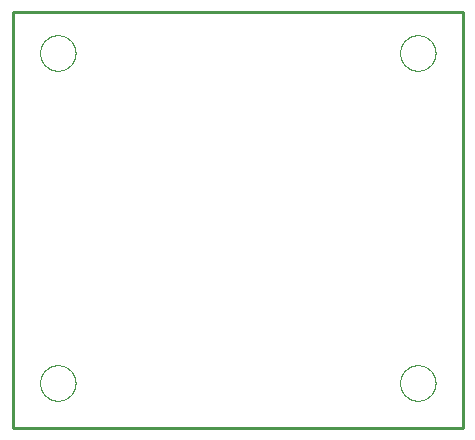
<source format=gbr>
G04 EAGLE Gerber RS-274X export*
G75*
%MOMM*%
%FSLAX25Y25*%
%LPD*%
%INOutline*%
%IPPOS*%
%AMOC8*
5,1,8,0,0,1.08239X$1,22.5*%
G01*
%ADD10C,0.000000*%
%ADD11C,0.254000*%


D10*
X-254000Y0D02*
X3554000Y0D01*
X3554000Y3523000D01*
X-254000Y3523000D01*
X-254000Y0D01*
X-23000Y381000D02*
X-22955Y384681D01*
X-22819Y388360D01*
X-22594Y392035D01*
X-22278Y395703D01*
X-21872Y399362D01*
X-21376Y403010D01*
X-20792Y406644D01*
X-20118Y410264D01*
X-19355Y413865D01*
X-18505Y417447D01*
X-17566Y421007D01*
X-16541Y424543D01*
X-15429Y428052D01*
X-14232Y431533D01*
X-12949Y434984D01*
X-11582Y438403D01*
X-10131Y441786D01*
X-8598Y445133D01*
X-6984Y448442D01*
X-5288Y451710D01*
X-3513Y454935D01*
X-1659Y458115D01*
X272Y461250D01*
X2280Y464336D01*
X4362Y467371D01*
X6519Y470355D01*
X8748Y473285D01*
X11048Y476159D01*
X13419Y478976D01*
X15857Y481734D01*
X18363Y484431D01*
X20934Y487066D01*
X23569Y489637D01*
X26266Y492143D01*
X29024Y494581D01*
X31841Y496952D01*
X34715Y499252D01*
X37645Y501481D01*
X40629Y503638D01*
X43664Y505720D01*
X46750Y507728D01*
X49885Y509659D01*
X53065Y511513D01*
X56290Y513288D01*
X59558Y514984D01*
X62867Y516598D01*
X66214Y518131D01*
X69597Y519582D01*
X73016Y520949D01*
X76467Y522232D01*
X79948Y523429D01*
X83457Y524541D01*
X86993Y525566D01*
X90553Y526505D01*
X94135Y527355D01*
X97736Y528118D01*
X101356Y528792D01*
X104990Y529376D01*
X108638Y529872D01*
X112297Y530278D01*
X115965Y530594D01*
X119640Y530819D01*
X123319Y530955D01*
X127000Y531000D01*
X130681Y530955D01*
X134360Y530819D01*
X138035Y530594D01*
X141703Y530278D01*
X145362Y529872D01*
X149010Y529376D01*
X152644Y528792D01*
X156264Y528118D01*
X159865Y527355D01*
X163447Y526505D01*
X167007Y525566D01*
X170543Y524541D01*
X174052Y523429D01*
X177533Y522232D01*
X180984Y520949D01*
X184403Y519582D01*
X187786Y518131D01*
X191133Y516598D01*
X194442Y514984D01*
X197710Y513288D01*
X200935Y511513D01*
X204115Y509659D01*
X207250Y507728D01*
X210336Y505720D01*
X213371Y503638D01*
X216355Y501481D01*
X219285Y499252D01*
X222159Y496952D01*
X224976Y494581D01*
X227734Y492143D01*
X230431Y489637D01*
X233066Y487066D01*
X235637Y484431D01*
X238143Y481734D01*
X240581Y478976D01*
X242952Y476159D01*
X245252Y473285D01*
X247481Y470355D01*
X249638Y467371D01*
X251720Y464336D01*
X253728Y461250D01*
X255659Y458115D01*
X257513Y454935D01*
X259288Y451710D01*
X260984Y448442D01*
X262598Y445133D01*
X264131Y441786D01*
X265582Y438403D01*
X266949Y434984D01*
X268232Y431533D01*
X269429Y428052D01*
X270541Y424543D01*
X271566Y421007D01*
X272505Y417447D01*
X273355Y413865D01*
X274118Y410264D01*
X274792Y406644D01*
X275376Y403010D01*
X275872Y399362D01*
X276278Y395703D01*
X276594Y392035D01*
X276819Y388360D01*
X276955Y384681D01*
X277000Y381000D01*
X276955Y377319D01*
X276819Y373640D01*
X276594Y369965D01*
X276278Y366297D01*
X275872Y362638D01*
X275376Y358990D01*
X274792Y355356D01*
X274118Y351736D01*
X273355Y348135D01*
X272505Y344553D01*
X271566Y340993D01*
X270541Y337457D01*
X269429Y333948D01*
X268232Y330467D01*
X266949Y327016D01*
X265582Y323597D01*
X264131Y320214D01*
X262598Y316867D01*
X260984Y313558D01*
X259288Y310290D01*
X257513Y307065D01*
X255659Y303885D01*
X253728Y300750D01*
X251720Y297664D01*
X249638Y294629D01*
X247481Y291645D01*
X245252Y288715D01*
X242952Y285841D01*
X240581Y283024D01*
X238143Y280266D01*
X235637Y277569D01*
X233066Y274934D01*
X230431Y272363D01*
X227734Y269857D01*
X224976Y267419D01*
X222159Y265048D01*
X219285Y262748D01*
X216355Y260519D01*
X213371Y258362D01*
X210336Y256280D01*
X207250Y254272D01*
X204115Y252341D01*
X200935Y250487D01*
X197710Y248712D01*
X194442Y247016D01*
X191133Y245402D01*
X187786Y243869D01*
X184403Y242418D01*
X180984Y241051D01*
X177533Y239768D01*
X174052Y238571D01*
X170543Y237459D01*
X167007Y236434D01*
X163447Y235495D01*
X159865Y234645D01*
X156264Y233882D01*
X152644Y233208D01*
X149010Y232624D01*
X145362Y232128D01*
X141703Y231722D01*
X138035Y231406D01*
X134360Y231181D01*
X130681Y231045D01*
X127000Y231000D01*
X123319Y231045D01*
X119640Y231181D01*
X115965Y231406D01*
X112297Y231722D01*
X108638Y232128D01*
X104990Y232624D01*
X101356Y233208D01*
X97736Y233882D01*
X94135Y234645D01*
X90553Y235495D01*
X86993Y236434D01*
X83457Y237459D01*
X79948Y238571D01*
X76467Y239768D01*
X73016Y241051D01*
X69597Y242418D01*
X66214Y243869D01*
X62867Y245402D01*
X59558Y247016D01*
X56290Y248712D01*
X53065Y250487D01*
X49885Y252341D01*
X46750Y254272D01*
X43664Y256280D01*
X40629Y258362D01*
X37645Y260519D01*
X34715Y262748D01*
X31841Y265048D01*
X29024Y267419D01*
X26266Y269857D01*
X23569Y272363D01*
X20934Y274934D01*
X18363Y277569D01*
X15857Y280266D01*
X13419Y283024D01*
X11048Y285841D01*
X8748Y288715D01*
X6519Y291645D01*
X4362Y294629D01*
X2280Y297664D01*
X272Y300750D01*
X-1659Y303885D01*
X-3513Y307065D01*
X-5288Y310290D01*
X-6984Y313558D01*
X-8598Y316867D01*
X-10131Y320214D01*
X-11582Y323597D01*
X-12949Y327016D01*
X-14232Y330467D01*
X-15429Y333948D01*
X-16541Y337457D01*
X-17566Y340993D01*
X-18505Y344553D01*
X-19355Y348135D01*
X-20118Y351736D01*
X-20792Y355356D01*
X-21376Y358990D01*
X-21872Y362638D01*
X-22278Y366297D01*
X-22594Y369965D01*
X-22819Y373640D01*
X-22955Y377319D01*
X-23000Y381000D01*
X3025000Y381000D02*
X3025045Y384681D01*
X3025181Y388360D01*
X3025406Y392035D01*
X3025722Y395703D01*
X3026128Y399362D01*
X3026624Y403010D01*
X3027208Y406644D01*
X3027882Y410264D01*
X3028645Y413865D01*
X3029495Y417447D01*
X3030434Y421007D01*
X3031459Y424543D01*
X3032571Y428052D01*
X3033768Y431533D01*
X3035051Y434984D01*
X3036418Y438403D01*
X3037869Y441786D01*
X3039402Y445133D01*
X3041016Y448442D01*
X3042712Y451710D01*
X3044487Y454935D01*
X3046341Y458115D01*
X3048272Y461250D01*
X3050280Y464336D01*
X3052362Y467371D01*
X3054519Y470355D01*
X3056748Y473285D01*
X3059048Y476159D01*
X3061419Y478976D01*
X3063857Y481734D01*
X3066363Y484431D01*
X3068934Y487066D01*
X3071569Y489637D01*
X3074266Y492143D01*
X3077024Y494581D01*
X3079841Y496952D01*
X3082715Y499252D01*
X3085645Y501481D01*
X3088629Y503638D01*
X3091664Y505720D01*
X3094750Y507728D01*
X3097885Y509659D01*
X3101065Y511513D01*
X3104290Y513288D01*
X3107558Y514984D01*
X3110867Y516598D01*
X3114214Y518131D01*
X3117597Y519582D01*
X3121016Y520949D01*
X3124467Y522232D01*
X3127948Y523429D01*
X3131457Y524541D01*
X3134993Y525566D01*
X3138553Y526505D01*
X3142135Y527355D01*
X3145736Y528118D01*
X3149356Y528792D01*
X3152990Y529376D01*
X3156638Y529872D01*
X3160297Y530278D01*
X3163965Y530594D01*
X3167640Y530819D01*
X3171319Y530955D01*
X3175000Y531000D01*
X3178681Y530955D01*
X3182360Y530819D01*
X3186035Y530594D01*
X3189703Y530278D01*
X3193362Y529872D01*
X3197010Y529376D01*
X3200644Y528792D01*
X3204264Y528118D01*
X3207865Y527355D01*
X3211447Y526505D01*
X3215007Y525566D01*
X3218543Y524541D01*
X3222052Y523429D01*
X3225533Y522232D01*
X3228984Y520949D01*
X3232403Y519582D01*
X3235786Y518131D01*
X3239133Y516598D01*
X3242442Y514984D01*
X3245710Y513288D01*
X3248935Y511513D01*
X3252115Y509659D01*
X3255250Y507728D01*
X3258336Y505720D01*
X3261371Y503638D01*
X3264355Y501481D01*
X3267285Y499252D01*
X3270159Y496952D01*
X3272976Y494581D01*
X3275734Y492143D01*
X3278431Y489637D01*
X3281066Y487066D01*
X3283637Y484431D01*
X3286143Y481734D01*
X3288581Y478976D01*
X3290952Y476159D01*
X3293252Y473285D01*
X3295481Y470355D01*
X3297638Y467371D01*
X3299720Y464336D01*
X3301728Y461250D01*
X3303659Y458115D01*
X3305513Y454935D01*
X3307288Y451710D01*
X3308984Y448442D01*
X3310598Y445133D01*
X3312131Y441786D01*
X3313582Y438403D01*
X3314949Y434984D01*
X3316232Y431533D01*
X3317429Y428052D01*
X3318541Y424543D01*
X3319566Y421007D01*
X3320505Y417447D01*
X3321355Y413865D01*
X3322118Y410264D01*
X3322792Y406644D01*
X3323376Y403010D01*
X3323872Y399362D01*
X3324278Y395703D01*
X3324594Y392035D01*
X3324819Y388360D01*
X3324955Y384681D01*
X3325000Y381000D01*
X3324955Y377319D01*
X3324819Y373640D01*
X3324594Y369965D01*
X3324278Y366297D01*
X3323872Y362638D01*
X3323376Y358990D01*
X3322792Y355356D01*
X3322118Y351736D01*
X3321355Y348135D01*
X3320505Y344553D01*
X3319566Y340993D01*
X3318541Y337457D01*
X3317429Y333948D01*
X3316232Y330467D01*
X3314949Y327016D01*
X3313582Y323597D01*
X3312131Y320214D01*
X3310598Y316867D01*
X3308984Y313558D01*
X3307288Y310290D01*
X3305513Y307065D01*
X3303659Y303885D01*
X3301728Y300750D01*
X3299720Y297664D01*
X3297638Y294629D01*
X3295481Y291645D01*
X3293252Y288715D01*
X3290952Y285841D01*
X3288581Y283024D01*
X3286143Y280266D01*
X3283637Y277569D01*
X3281066Y274934D01*
X3278431Y272363D01*
X3275734Y269857D01*
X3272976Y267419D01*
X3270159Y265048D01*
X3267285Y262748D01*
X3264355Y260519D01*
X3261371Y258362D01*
X3258336Y256280D01*
X3255250Y254272D01*
X3252115Y252341D01*
X3248935Y250487D01*
X3245710Y248712D01*
X3242442Y247016D01*
X3239133Y245402D01*
X3235786Y243869D01*
X3232403Y242418D01*
X3228984Y241051D01*
X3225533Y239768D01*
X3222052Y238571D01*
X3218543Y237459D01*
X3215007Y236434D01*
X3211447Y235495D01*
X3207865Y234645D01*
X3204264Y233882D01*
X3200644Y233208D01*
X3197010Y232624D01*
X3193362Y232128D01*
X3189703Y231722D01*
X3186035Y231406D01*
X3182360Y231181D01*
X3178681Y231045D01*
X3175000Y231000D01*
X3171319Y231045D01*
X3167640Y231181D01*
X3163965Y231406D01*
X3160297Y231722D01*
X3156638Y232128D01*
X3152990Y232624D01*
X3149356Y233208D01*
X3145736Y233882D01*
X3142135Y234645D01*
X3138553Y235495D01*
X3134993Y236434D01*
X3131457Y237459D01*
X3127948Y238571D01*
X3124467Y239768D01*
X3121016Y241051D01*
X3117597Y242418D01*
X3114214Y243869D01*
X3110867Y245402D01*
X3107558Y247016D01*
X3104290Y248712D01*
X3101065Y250487D01*
X3097885Y252341D01*
X3094750Y254272D01*
X3091664Y256280D01*
X3088629Y258362D01*
X3085645Y260519D01*
X3082715Y262748D01*
X3079841Y265048D01*
X3077024Y267419D01*
X3074266Y269857D01*
X3071569Y272363D01*
X3068934Y274934D01*
X3066363Y277569D01*
X3063857Y280266D01*
X3061419Y283024D01*
X3059048Y285841D01*
X3056748Y288715D01*
X3054519Y291645D01*
X3052362Y294629D01*
X3050280Y297664D01*
X3048272Y300750D01*
X3046341Y303885D01*
X3044487Y307065D01*
X3042712Y310290D01*
X3041016Y313558D01*
X3039402Y316867D01*
X3037869Y320214D01*
X3036418Y323597D01*
X3035051Y327016D01*
X3033768Y330467D01*
X3032571Y333948D01*
X3031459Y337457D01*
X3030434Y340993D01*
X3029495Y344553D01*
X3028645Y348135D01*
X3027882Y351736D01*
X3027208Y355356D01*
X3026624Y358990D01*
X3026128Y362638D01*
X3025722Y366297D01*
X3025406Y369965D01*
X3025181Y373640D01*
X3025045Y377319D01*
X3025000Y381000D01*
X3025000Y3175000D02*
X3025045Y3178681D01*
X3025181Y3182360D01*
X3025406Y3186035D01*
X3025722Y3189703D01*
X3026128Y3193362D01*
X3026624Y3197010D01*
X3027208Y3200644D01*
X3027882Y3204264D01*
X3028645Y3207865D01*
X3029495Y3211447D01*
X3030434Y3215007D01*
X3031459Y3218543D01*
X3032571Y3222052D01*
X3033768Y3225533D01*
X3035051Y3228984D01*
X3036418Y3232403D01*
X3037869Y3235786D01*
X3039402Y3239133D01*
X3041016Y3242442D01*
X3042712Y3245710D01*
X3044487Y3248935D01*
X3046341Y3252115D01*
X3048272Y3255250D01*
X3050280Y3258336D01*
X3052362Y3261371D01*
X3054519Y3264355D01*
X3056748Y3267285D01*
X3059048Y3270159D01*
X3061419Y3272976D01*
X3063857Y3275734D01*
X3066363Y3278431D01*
X3068934Y3281066D01*
X3071569Y3283637D01*
X3074266Y3286143D01*
X3077024Y3288581D01*
X3079841Y3290952D01*
X3082715Y3293252D01*
X3085645Y3295481D01*
X3088629Y3297638D01*
X3091664Y3299720D01*
X3094750Y3301728D01*
X3097885Y3303659D01*
X3101065Y3305513D01*
X3104290Y3307288D01*
X3107558Y3308984D01*
X3110867Y3310598D01*
X3114214Y3312131D01*
X3117597Y3313582D01*
X3121016Y3314949D01*
X3124467Y3316232D01*
X3127948Y3317429D01*
X3131457Y3318541D01*
X3134993Y3319566D01*
X3138553Y3320505D01*
X3142135Y3321355D01*
X3145736Y3322118D01*
X3149356Y3322792D01*
X3152990Y3323376D01*
X3156638Y3323872D01*
X3160297Y3324278D01*
X3163965Y3324594D01*
X3167640Y3324819D01*
X3171319Y3324955D01*
X3175000Y3325000D01*
X3178681Y3324955D01*
X3182360Y3324819D01*
X3186035Y3324594D01*
X3189703Y3324278D01*
X3193362Y3323872D01*
X3197010Y3323376D01*
X3200644Y3322792D01*
X3204264Y3322118D01*
X3207865Y3321355D01*
X3211447Y3320505D01*
X3215007Y3319566D01*
X3218543Y3318541D01*
X3222052Y3317429D01*
X3225533Y3316232D01*
X3228984Y3314949D01*
X3232403Y3313582D01*
X3235786Y3312131D01*
X3239133Y3310598D01*
X3242442Y3308984D01*
X3245710Y3307288D01*
X3248935Y3305513D01*
X3252115Y3303659D01*
X3255250Y3301728D01*
X3258336Y3299720D01*
X3261371Y3297638D01*
X3264355Y3295481D01*
X3267285Y3293252D01*
X3270159Y3290952D01*
X3272976Y3288581D01*
X3275734Y3286143D01*
X3278431Y3283637D01*
X3281066Y3281066D01*
X3283637Y3278431D01*
X3286143Y3275734D01*
X3288581Y3272976D01*
X3290952Y3270159D01*
X3293252Y3267285D01*
X3295481Y3264355D01*
X3297638Y3261371D01*
X3299720Y3258336D01*
X3301728Y3255250D01*
X3303659Y3252115D01*
X3305513Y3248935D01*
X3307288Y3245710D01*
X3308984Y3242442D01*
X3310598Y3239133D01*
X3312131Y3235786D01*
X3313582Y3232403D01*
X3314949Y3228984D01*
X3316232Y3225533D01*
X3317429Y3222052D01*
X3318541Y3218543D01*
X3319566Y3215007D01*
X3320505Y3211447D01*
X3321355Y3207865D01*
X3322118Y3204264D01*
X3322792Y3200644D01*
X3323376Y3197010D01*
X3323872Y3193362D01*
X3324278Y3189703D01*
X3324594Y3186035D01*
X3324819Y3182360D01*
X3324955Y3178681D01*
X3325000Y3175000D01*
X3324955Y3171319D01*
X3324819Y3167640D01*
X3324594Y3163965D01*
X3324278Y3160297D01*
X3323872Y3156638D01*
X3323376Y3152990D01*
X3322792Y3149356D01*
X3322118Y3145736D01*
X3321355Y3142135D01*
X3320505Y3138553D01*
X3319566Y3134993D01*
X3318541Y3131457D01*
X3317429Y3127948D01*
X3316232Y3124467D01*
X3314949Y3121016D01*
X3313582Y3117597D01*
X3312131Y3114214D01*
X3310598Y3110867D01*
X3308984Y3107558D01*
X3307288Y3104290D01*
X3305513Y3101065D01*
X3303659Y3097885D01*
X3301728Y3094750D01*
X3299720Y3091664D01*
X3297638Y3088629D01*
X3295481Y3085645D01*
X3293252Y3082715D01*
X3290952Y3079841D01*
X3288581Y3077024D01*
X3286143Y3074266D01*
X3283637Y3071569D01*
X3281066Y3068934D01*
X3278431Y3066363D01*
X3275734Y3063857D01*
X3272976Y3061419D01*
X3270159Y3059048D01*
X3267285Y3056748D01*
X3264355Y3054519D01*
X3261371Y3052362D01*
X3258336Y3050280D01*
X3255250Y3048272D01*
X3252115Y3046341D01*
X3248935Y3044487D01*
X3245710Y3042712D01*
X3242442Y3041016D01*
X3239133Y3039402D01*
X3235786Y3037869D01*
X3232403Y3036418D01*
X3228984Y3035051D01*
X3225533Y3033768D01*
X3222052Y3032571D01*
X3218543Y3031459D01*
X3215007Y3030434D01*
X3211447Y3029495D01*
X3207865Y3028645D01*
X3204264Y3027882D01*
X3200644Y3027208D01*
X3197010Y3026624D01*
X3193362Y3026128D01*
X3189703Y3025722D01*
X3186035Y3025406D01*
X3182360Y3025181D01*
X3178681Y3025045D01*
X3175000Y3025000D01*
X3171319Y3025045D01*
X3167640Y3025181D01*
X3163965Y3025406D01*
X3160297Y3025722D01*
X3156638Y3026128D01*
X3152990Y3026624D01*
X3149356Y3027208D01*
X3145736Y3027882D01*
X3142135Y3028645D01*
X3138553Y3029495D01*
X3134993Y3030434D01*
X3131457Y3031459D01*
X3127948Y3032571D01*
X3124467Y3033768D01*
X3121016Y3035051D01*
X3117597Y3036418D01*
X3114214Y3037869D01*
X3110867Y3039402D01*
X3107558Y3041016D01*
X3104290Y3042712D01*
X3101065Y3044487D01*
X3097885Y3046341D01*
X3094750Y3048272D01*
X3091664Y3050280D01*
X3088629Y3052362D01*
X3085645Y3054519D01*
X3082715Y3056748D01*
X3079841Y3059048D01*
X3077024Y3061419D01*
X3074266Y3063857D01*
X3071569Y3066363D01*
X3068934Y3068934D01*
X3066363Y3071569D01*
X3063857Y3074266D01*
X3061419Y3077024D01*
X3059048Y3079841D01*
X3056748Y3082715D01*
X3054519Y3085645D01*
X3052362Y3088629D01*
X3050280Y3091664D01*
X3048272Y3094750D01*
X3046341Y3097885D01*
X3044487Y3101065D01*
X3042712Y3104290D01*
X3041016Y3107558D01*
X3039402Y3110867D01*
X3037869Y3114214D01*
X3036418Y3117597D01*
X3035051Y3121016D01*
X3033768Y3124467D01*
X3032571Y3127948D01*
X3031459Y3131457D01*
X3030434Y3134993D01*
X3029495Y3138553D01*
X3028645Y3142135D01*
X3027882Y3145736D01*
X3027208Y3149356D01*
X3026624Y3152990D01*
X3026128Y3156638D01*
X3025722Y3160297D01*
X3025406Y3163965D01*
X3025181Y3167640D01*
X3025045Y3171319D01*
X3025000Y3175000D01*
X-23000Y3175000D02*
X-22955Y3178681D01*
X-22819Y3182360D01*
X-22594Y3186035D01*
X-22278Y3189703D01*
X-21872Y3193362D01*
X-21376Y3197010D01*
X-20792Y3200644D01*
X-20118Y3204264D01*
X-19355Y3207865D01*
X-18505Y3211447D01*
X-17566Y3215007D01*
X-16541Y3218543D01*
X-15429Y3222052D01*
X-14232Y3225533D01*
X-12949Y3228984D01*
X-11582Y3232403D01*
X-10131Y3235786D01*
X-8598Y3239133D01*
X-6984Y3242442D01*
X-5288Y3245710D01*
X-3513Y3248935D01*
X-1659Y3252115D01*
X272Y3255250D01*
X2280Y3258336D01*
X4362Y3261371D01*
X6519Y3264355D01*
X8748Y3267285D01*
X11048Y3270159D01*
X13419Y3272976D01*
X15857Y3275734D01*
X18363Y3278431D01*
X20934Y3281066D01*
X23569Y3283637D01*
X26266Y3286143D01*
X29024Y3288581D01*
X31841Y3290952D01*
X34715Y3293252D01*
X37645Y3295481D01*
X40629Y3297638D01*
X43664Y3299720D01*
X46750Y3301728D01*
X49885Y3303659D01*
X53065Y3305513D01*
X56290Y3307288D01*
X59558Y3308984D01*
X62867Y3310598D01*
X66214Y3312131D01*
X69597Y3313582D01*
X73016Y3314949D01*
X76467Y3316232D01*
X79948Y3317429D01*
X83457Y3318541D01*
X86993Y3319566D01*
X90553Y3320505D01*
X94135Y3321355D01*
X97736Y3322118D01*
X101356Y3322792D01*
X104990Y3323376D01*
X108638Y3323872D01*
X112297Y3324278D01*
X115965Y3324594D01*
X119640Y3324819D01*
X123319Y3324955D01*
X127000Y3325000D01*
X130681Y3324955D01*
X134360Y3324819D01*
X138035Y3324594D01*
X141703Y3324278D01*
X145362Y3323872D01*
X149010Y3323376D01*
X152644Y3322792D01*
X156264Y3322118D01*
X159865Y3321355D01*
X163447Y3320505D01*
X167007Y3319566D01*
X170543Y3318541D01*
X174052Y3317429D01*
X177533Y3316232D01*
X180984Y3314949D01*
X184403Y3313582D01*
X187786Y3312131D01*
X191133Y3310598D01*
X194442Y3308984D01*
X197710Y3307288D01*
X200935Y3305513D01*
X204115Y3303659D01*
X207250Y3301728D01*
X210336Y3299720D01*
X213371Y3297638D01*
X216355Y3295481D01*
X219285Y3293252D01*
X222159Y3290952D01*
X224976Y3288581D01*
X227734Y3286143D01*
X230431Y3283637D01*
X233066Y3281066D01*
X235637Y3278431D01*
X238143Y3275734D01*
X240581Y3272976D01*
X242952Y3270159D01*
X245252Y3267285D01*
X247481Y3264355D01*
X249638Y3261371D01*
X251720Y3258336D01*
X253728Y3255250D01*
X255659Y3252115D01*
X257513Y3248935D01*
X259288Y3245710D01*
X260984Y3242442D01*
X262598Y3239133D01*
X264131Y3235786D01*
X265582Y3232403D01*
X266949Y3228984D01*
X268232Y3225533D01*
X269429Y3222052D01*
X270541Y3218543D01*
X271566Y3215007D01*
X272505Y3211447D01*
X273355Y3207865D01*
X274118Y3204264D01*
X274792Y3200644D01*
X275376Y3197010D01*
X275872Y3193362D01*
X276278Y3189703D01*
X276594Y3186035D01*
X276819Y3182360D01*
X276955Y3178681D01*
X277000Y3175000D01*
X276955Y3171319D01*
X276819Y3167640D01*
X276594Y3163965D01*
X276278Y3160297D01*
X275872Y3156638D01*
X275376Y3152990D01*
X274792Y3149356D01*
X274118Y3145736D01*
X273355Y3142135D01*
X272505Y3138553D01*
X271566Y3134993D01*
X270541Y3131457D01*
X269429Y3127948D01*
X268232Y3124467D01*
X266949Y3121016D01*
X265582Y3117597D01*
X264131Y3114214D01*
X262598Y3110867D01*
X260984Y3107558D01*
X259288Y3104290D01*
X257513Y3101065D01*
X255659Y3097885D01*
X253728Y3094750D01*
X251720Y3091664D01*
X249638Y3088629D01*
X247481Y3085645D01*
X245252Y3082715D01*
X242952Y3079841D01*
X240581Y3077024D01*
X238143Y3074266D01*
X235637Y3071569D01*
X233066Y3068934D01*
X230431Y3066363D01*
X227734Y3063857D01*
X224976Y3061419D01*
X222159Y3059048D01*
X219285Y3056748D01*
X216355Y3054519D01*
X213371Y3052362D01*
X210336Y3050280D01*
X207250Y3048272D01*
X204115Y3046341D01*
X200935Y3044487D01*
X197710Y3042712D01*
X194442Y3041016D01*
X191133Y3039402D01*
X187786Y3037869D01*
X184403Y3036418D01*
X180984Y3035051D01*
X177533Y3033768D01*
X174052Y3032571D01*
X170543Y3031459D01*
X167007Y3030434D01*
X163447Y3029495D01*
X159865Y3028645D01*
X156264Y3027882D01*
X152644Y3027208D01*
X149010Y3026624D01*
X145362Y3026128D01*
X141703Y3025722D01*
X138035Y3025406D01*
X134360Y3025181D01*
X130681Y3025045D01*
X127000Y3025000D01*
X123319Y3025045D01*
X119640Y3025181D01*
X115965Y3025406D01*
X112297Y3025722D01*
X108638Y3026128D01*
X104990Y3026624D01*
X101356Y3027208D01*
X97736Y3027882D01*
X94135Y3028645D01*
X90553Y3029495D01*
X86993Y3030434D01*
X83457Y3031459D01*
X79948Y3032571D01*
X76467Y3033768D01*
X73016Y3035051D01*
X69597Y3036418D01*
X66214Y3037869D01*
X62867Y3039402D01*
X59558Y3041016D01*
X56290Y3042712D01*
X53065Y3044487D01*
X49885Y3046341D01*
X46750Y3048272D01*
X43664Y3050280D01*
X40629Y3052362D01*
X37645Y3054519D01*
X34715Y3056748D01*
X31841Y3059048D01*
X29024Y3061419D01*
X26266Y3063857D01*
X23569Y3066363D01*
X20934Y3068934D01*
X18363Y3071569D01*
X15857Y3074266D01*
X13419Y3077024D01*
X11048Y3079841D01*
X8748Y3082715D01*
X6519Y3085645D01*
X4362Y3088629D01*
X2280Y3091664D01*
X272Y3094750D01*
X-1659Y3097885D01*
X-3513Y3101065D01*
X-5288Y3104290D01*
X-6984Y3107558D01*
X-8598Y3110867D01*
X-10131Y3114214D01*
X-11582Y3117597D01*
X-12949Y3121016D01*
X-14232Y3124467D01*
X-15429Y3127948D01*
X-16541Y3131457D01*
X-17566Y3134993D01*
X-18505Y3138553D01*
X-19355Y3142135D01*
X-20118Y3145736D01*
X-20792Y3149356D01*
X-21376Y3152990D01*
X-21872Y3156638D01*
X-22278Y3160297D01*
X-22594Y3163965D01*
X-22819Y3167640D01*
X-22955Y3171319D01*
X-23000Y3175000D01*
D11*
X-254000Y0D02*
X3554000Y0D01*
X3554000Y3523000D01*
X-254000Y3523000D01*
X-254000Y0D01*
M02*

</source>
